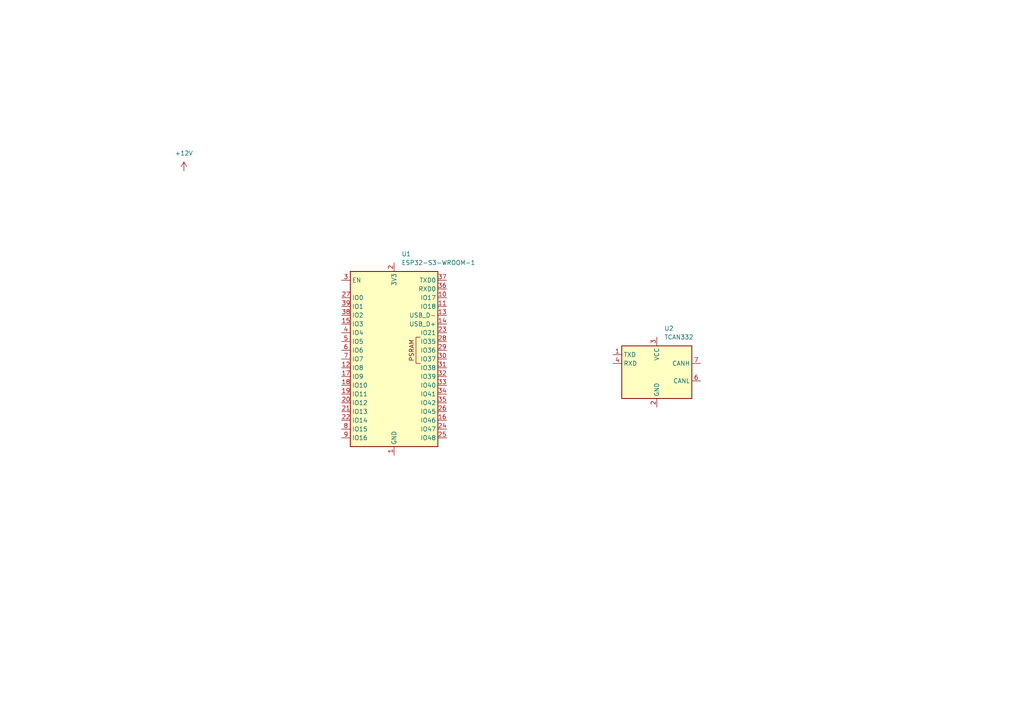
<source format=kicad_sch>
(kicad_sch
	(version 20250114)
	(generator "eeschema")
	(generator_version "9.0")
	(uuid "219e0100-6021-4ea6-8b90-c6661724a688")
	(paper "A4")
	(lib_symbols
		(symbol "Interface_CAN_LIN:TCAN332"
			(exclude_from_sim no)
			(in_bom yes)
			(on_board yes)
			(property "Reference" "U"
				(at -10.16 8.89 0)
				(effects
					(font
						(size 1.27 1.27)
					)
					(justify left)
				)
			)
			(property "Value" "TCAN332"
				(at 2.54 8.89 0)
				(effects
					(font
						(size 1.27 1.27)
					)
					(justify left)
				)
			)
			(property "Footprint" ""
				(at 0 -12.7 0)
				(effects
					(font
						(size 1.27 1.27)
						(italic yes)
					)
					(hide yes)
				)
			)
			(property "Datasheet" "http://www.ti.com/lit/ds/symlink/tcan337.pdf"
				(at 0 0 0)
				(effects
					(font
						(size 1.27 1.27)
					)
					(hide yes)
				)
			)
			(property "Description" "High-Speed CAN Transceiver, 1Mbps, 3.3V supply, SOT-23-8/SOIC-8"
				(at 0 0 0)
				(effects
					(font
						(size 1.27 1.27)
					)
					(hide yes)
				)
			)
			(property "ki_keywords" "High-Speed CAN Transceiver"
				(at 0 0 0)
				(effects
					(font
						(size 1.27 1.27)
					)
					(hide yes)
				)
			)
			(property "ki_fp_filters" "*TSOT?23* *SOIC*3.9x4.9mm*P1.27mm*"
				(at 0 0 0)
				(effects
					(font
						(size 1.27 1.27)
					)
					(hide yes)
				)
			)
			(symbol "TCAN332_0_1"
				(rectangle
					(start -10.16 7.62)
					(end 10.16 -7.62)
					(stroke
						(width 0.254)
						(type default)
					)
					(fill
						(type background)
					)
				)
			)
			(symbol "TCAN332_1_1"
				(pin input line
					(at -12.7 5.08 0)
					(length 2.54)
					(name "TXD"
						(effects
							(font
								(size 1.27 1.27)
							)
						)
					)
					(number "1"
						(effects
							(font
								(size 1.27 1.27)
							)
						)
					)
				)
				(pin tri_state line
					(at -12.7 2.54 0)
					(length 2.54)
					(name "RXD"
						(effects
							(font
								(size 1.27 1.27)
							)
						)
					)
					(number "4"
						(effects
							(font
								(size 1.27 1.27)
							)
						)
					)
				)
				(pin no_connect line
					(at -10.16 -2.54 0)
					(length 2.54)
					(hide yes)
					(name "NC"
						(effects
							(font
								(size 1.27 1.27)
							)
						)
					)
					(number "5"
						(effects
							(font
								(size 1.27 1.27)
							)
						)
					)
				)
				(pin no_connect line
					(at -10.16 -5.08 0)
					(length 2.54)
					(hide yes)
					(name "NC"
						(effects
							(font
								(size 1.27 1.27)
							)
						)
					)
					(number "8"
						(effects
							(font
								(size 1.27 1.27)
							)
						)
					)
				)
				(pin power_in line
					(at 0 10.16 270)
					(length 2.54)
					(name "VCC"
						(effects
							(font
								(size 1.27 1.27)
							)
						)
					)
					(number "3"
						(effects
							(font
								(size 1.27 1.27)
							)
						)
					)
				)
				(pin power_in line
					(at 0 -10.16 90)
					(length 2.54)
					(name "GND"
						(effects
							(font
								(size 1.27 1.27)
							)
						)
					)
					(number "2"
						(effects
							(font
								(size 1.27 1.27)
							)
						)
					)
				)
				(pin bidirectional line
					(at 12.7 2.54 180)
					(length 2.54)
					(name "CANH"
						(effects
							(font
								(size 1.27 1.27)
							)
						)
					)
					(number "7"
						(effects
							(font
								(size 1.27 1.27)
							)
						)
					)
				)
				(pin bidirectional line
					(at 12.7 -2.54 180)
					(length 2.54)
					(name "CANL"
						(effects
							(font
								(size 1.27 1.27)
							)
						)
					)
					(number "6"
						(effects
							(font
								(size 1.27 1.27)
							)
						)
					)
				)
			)
			(embedded_fonts no)
		)
		(symbol "RF_Module:ESP32-S3-WROOM-1"
			(exclude_from_sim no)
			(in_bom yes)
			(on_board yes)
			(property "Reference" "U"
				(at -12.7 26.67 0)
				(effects
					(font
						(size 1.27 1.27)
					)
				)
			)
			(property "Value" "ESP32-S3-WROOM-1"
				(at 12.7 26.67 0)
				(effects
					(font
						(size 1.27 1.27)
					)
				)
			)
			(property "Footprint" "RF_Module:ESP32-S3-WROOM-1"
				(at 0 2.54 0)
				(effects
					(font
						(size 1.27 1.27)
					)
					(hide yes)
				)
			)
			(property "Datasheet" "https://www.espressif.com/sites/default/files/documentation/esp32-s3-wroom-1_wroom-1u_datasheet_en.pdf"
				(at 0 0 0)
				(effects
					(font
						(size 1.27 1.27)
					)
					(hide yes)
				)
			)
			(property "Description" "RF Module, ESP32-S3 SoC, Wi-Fi 802.11b/g/n, Bluetooth, BLE, 32-bit, 3.3V, onboard antenna, SMD"
				(at 0 0 0)
				(effects
					(font
						(size 1.27 1.27)
					)
					(hide yes)
				)
			)
			(property "ki_keywords" "RF Radio BT ESP ESP32-S3 Espressif onboard PCB antenna"
				(at 0 0 0)
				(effects
					(font
						(size 1.27 1.27)
					)
					(hide yes)
				)
			)
			(property "ki_fp_filters" "ESP32?S3?WROOM?1*"
				(at 0 0 0)
				(effects
					(font
						(size 1.27 1.27)
					)
					(hide yes)
				)
			)
			(symbol "ESP32-S3-WROOM-1_0_0"
				(rectangle
					(start -12.7 25.4)
					(end 12.7 -25.4)
					(stroke
						(width 0.254)
						(type default)
					)
					(fill
						(type background)
					)
				)
				(text "PSRAM"
					(at 5.08 2.54 900)
					(effects
						(font
							(size 1.27 1.27)
						)
					)
				)
			)
			(symbol "ESP32-S3-WROOM-1_0_1"
				(polyline
					(pts
						(xy 7.62 -1.27) (xy 6.35 -1.27) (xy 6.35 6.35) (xy 7.62 6.35)
					)
					(stroke
						(width 0)
						(type default)
					)
					(fill
						(type none)
					)
				)
			)
			(symbol "ESP32-S3-WROOM-1_1_1"
				(pin input line
					(at -15.24 22.86 0)
					(length 2.54)
					(name "EN"
						(effects
							(font
								(size 1.27 1.27)
							)
						)
					)
					(number "3"
						(effects
							(font
								(size 1.27 1.27)
							)
						)
					)
				)
				(pin bidirectional line
					(at -15.24 17.78 0)
					(length 2.54)
					(name "IO0"
						(effects
							(font
								(size 1.27 1.27)
							)
						)
					)
					(number "27"
						(effects
							(font
								(size 1.27 1.27)
							)
						)
					)
				)
				(pin bidirectional line
					(at -15.24 15.24 0)
					(length 2.54)
					(name "IO1"
						(effects
							(font
								(size 1.27 1.27)
							)
						)
					)
					(number "39"
						(effects
							(font
								(size 1.27 1.27)
							)
						)
					)
				)
				(pin bidirectional line
					(at -15.24 12.7 0)
					(length 2.54)
					(name "IO2"
						(effects
							(font
								(size 1.27 1.27)
							)
						)
					)
					(number "38"
						(effects
							(font
								(size 1.27 1.27)
							)
						)
					)
				)
				(pin bidirectional line
					(at -15.24 10.16 0)
					(length 2.54)
					(name "IO3"
						(effects
							(font
								(size 1.27 1.27)
							)
						)
					)
					(number "15"
						(effects
							(font
								(size 1.27 1.27)
							)
						)
					)
				)
				(pin bidirectional line
					(at -15.24 7.62 0)
					(length 2.54)
					(name "IO4"
						(effects
							(font
								(size 1.27 1.27)
							)
						)
					)
					(number "4"
						(effects
							(font
								(size 1.27 1.27)
							)
						)
					)
				)
				(pin bidirectional line
					(at -15.24 5.08 0)
					(length 2.54)
					(name "IO5"
						(effects
							(font
								(size 1.27 1.27)
							)
						)
					)
					(number "5"
						(effects
							(font
								(size 1.27 1.27)
							)
						)
					)
				)
				(pin bidirectional line
					(at -15.24 2.54 0)
					(length 2.54)
					(name "IO6"
						(effects
							(font
								(size 1.27 1.27)
							)
						)
					)
					(number "6"
						(effects
							(font
								(size 1.27 1.27)
							)
						)
					)
				)
				(pin bidirectional line
					(at -15.24 0 0)
					(length 2.54)
					(name "IO7"
						(effects
							(font
								(size 1.27 1.27)
							)
						)
					)
					(number "7"
						(effects
							(font
								(size 1.27 1.27)
							)
						)
					)
				)
				(pin bidirectional line
					(at -15.24 -2.54 0)
					(length 2.54)
					(name "IO8"
						(effects
							(font
								(size 1.27 1.27)
							)
						)
					)
					(number "12"
						(effects
							(font
								(size 1.27 1.27)
							)
						)
					)
				)
				(pin bidirectional line
					(at -15.24 -5.08 0)
					(length 2.54)
					(name "IO9"
						(effects
							(font
								(size 1.27 1.27)
							)
						)
					)
					(number "17"
						(effects
							(font
								(size 1.27 1.27)
							)
						)
					)
				)
				(pin bidirectional line
					(at -15.24 -7.62 0)
					(length 2.54)
					(name "IO10"
						(effects
							(font
								(size 1.27 1.27)
							)
						)
					)
					(number "18"
						(effects
							(font
								(size 1.27 1.27)
							)
						)
					)
				)
				(pin bidirectional line
					(at -15.24 -10.16 0)
					(length 2.54)
					(name "IO11"
						(effects
							(font
								(size 1.27 1.27)
							)
						)
					)
					(number "19"
						(effects
							(font
								(size 1.27 1.27)
							)
						)
					)
				)
				(pin bidirectional line
					(at -15.24 -12.7 0)
					(length 2.54)
					(name "IO12"
						(effects
							(font
								(size 1.27 1.27)
							)
						)
					)
					(number "20"
						(effects
							(font
								(size 1.27 1.27)
							)
						)
					)
				)
				(pin bidirectional line
					(at -15.24 -15.24 0)
					(length 2.54)
					(name "IO13"
						(effects
							(font
								(size 1.27 1.27)
							)
						)
					)
					(number "21"
						(effects
							(font
								(size 1.27 1.27)
							)
						)
					)
				)
				(pin bidirectional line
					(at -15.24 -17.78 0)
					(length 2.54)
					(name "IO14"
						(effects
							(font
								(size 1.27 1.27)
							)
						)
					)
					(number "22"
						(effects
							(font
								(size 1.27 1.27)
							)
						)
					)
				)
				(pin bidirectional line
					(at -15.24 -20.32 0)
					(length 2.54)
					(name "IO15"
						(effects
							(font
								(size 1.27 1.27)
							)
						)
					)
					(number "8"
						(effects
							(font
								(size 1.27 1.27)
							)
						)
					)
				)
				(pin bidirectional line
					(at -15.24 -22.86 0)
					(length 2.54)
					(name "IO16"
						(effects
							(font
								(size 1.27 1.27)
							)
						)
					)
					(number "9"
						(effects
							(font
								(size 1.27 1.27)
							)
						)
					)
				)
				(pin power_in line
					(at 0 27.94 270)
					(length 2.54)
					(name "3V3"
						(effects
							(font
								(size 1.27 1.27)
							)
						)
					)
					(number "2"
						(effects
							(font
								(size 1.27 1.27)
							)
						)
					)
				)
				(pin power_in line
					(at 0 -27.94 90)
					(length 2.54)
					(name "GND"
						(effects
							(font
								(size 1.27 1.27)
							)
						)
					)
					(number "1"
						(effects
							(font
								(size 1.27 1.27)
							)
						)
					)
				)
				(pin passive line
					(at 0 -27.94 90)
					(length 2.54)
					(hide yes)
					(name "GND"
						(effects
							(font
								(size 1.27 1.27)
							)
						)
					)
					(number "40"
						(effects
							(font
								(size 1.27 1.27)
							)
						)
					)
				)
				(pin passive line
					(at 0 -27.94 90)
					(length 2.54)
					(hide yes)
					(name "GND"
						(effects
							(font
								(size 1.27 1.27)
							)
						)
					)
					(number "41"
						(effects
							(font
								(size 1.27 1.27)
							)
						)
					)
				)
				(pin bidirectional line
					(at 15.24 22.86 180)
					(length 2.54)
					(name "TXD0"
						(effects
							(font
								(size 1.27 1.27)
							)
						)
					)
					(number "37"
						(effects
							(font
								(size 1.27 1.27)
							)
						)
					)
				)
				(pin bidirectional line
					(at 15.24 20.32 180)
					(length 2.54)
					(name "RXD0"
						(effects
							(font
								(size 1.27 1.27)
							)
						)
					)
					(number "36"
						(effects
							(font
								(size 1.27 1.27)
							)
						)
					)
				)
				(pin bidirectional line
					(at 15.24 17.78 180)
					(length 2.54)
					(name "IO17"
						(effects
							(font
								(size 1.27 1.27)
							)
						)
					)
					(number "10"
						(effects
							(font
								(size 1.27 1.27)
							)
						)
					)
				)
				(pin bidirectional line
					(at 15.24 15.24 180)
					(length 2.54)
					(name "IO18"
						(effects
							(font
								(size 1.27 1.27)
							)
						)
					)
					(number "11"
						(effects
							(font
								(size 1.27 1.27)
							)
						)
					)
				)
				(pin bidirectional line
					(at 15.24 12.7 180)
					(length 2.54)
					(name "USB_D-"
						(effects
							(font
								(size 1.27 1.27)
							)
						)
					)
					(number "13"
						(effects
							(font
								(size 1.27 1.27)
							)
						)
					)
					(alternate "IO19" bidirectional line)
				)
				(pin bidirectional line
					(at 15.24 10.16 180)
					(length 2.54)
					(name "USB_D+"
						(effects
							(font
								(size 1.27 1.27)
							)
						)
					)
					(number "14"
						(effects
							(font
								(size 1.27 1.27)
							)
						)
					)
					(alternate "IO20" bidirectional line)
				)
				(pin bidirectional line
					(at 15.24 7.62 180)
					(length 2.54)
					(name "IO21"
						(effects
							(font
								(size 1.27 1.27)
							)
						)
					)
					(number "23"
						(effects
							(font
								(size 1.27 1.27)
							)
						)
					)
				)
				(pin bidirectional line
					(at 15.24 5.08 180)
					(length 2.54)
					(name "IO35"
						(effects
							(font
								(size 1.27 1.27)
							)
						)
					)
					(number "28"
						(effects
							(font
								(size 1.27 1.27)
							)
						)
					)
				)
				(pin bidirectional line
					(at 15.24 2.54 180)
					(length 2.54)
					(name "IO36"
						(effects
							(font
								(size 1.27 1.27)
							)
						)
					)
					(number "29"
						(effects
							(font
								(size 1.27 1.27)
							)
						)
					)
				)
				(pin bidirectional line
					(at 15.24 0 180)
					(length 2.54)
					(name "IO37"
						(effects
							(font
								(size 1.27 1.27)
							)
						)
					)
					(number "30"
						(effects
							(font
								(size 1.27 1.27)
							)
						)
					)
				)
				(pin bidirectional line
					(at 15.24 -2.54 180)
					(length 2.54)
					(name "IO38"
						(effects
							(font
								(size 1.27 1.27)
							)
						)
					)
					(number "31"
						(effects
							(font
								(size 1.27 1.27)
							)
						)
					)
				)
				(pin bidirectional line
					(at 15.24 -5.08 180)
					(length 2.54)
					(name "IO39"
						(effects
							(font
								(size 1.27 1.27)
							)
						)
					)
					(number "32"
						(effects
							(font
								(size 1.27 1.27)
							)
						)
					)
				)
				(pin bidirectional line
					(at 15.24 -7.62 180)
					(length 2.54)
					(name "IO40"
						(effects
							(font
								(size 1.27 1.27)
							)
						)
					)
					(number "33"
						(effects
							(font
								(size 1.27 1.27)
							)
						)
					)
				)
				(pin bidirectional line
					(at 15.24 -10.16 180)
					(length 2.54)
					(name "IO41"
						(effects
							(font
								(size 1.27 1.27)
							)
						)
					)
					(number "34"
						(effects
							(font
								(size 1.27 1.27)
							)
						)
					)
				)
				(pin bidirectional line
					(at 15.24 -12.7 180)
					(length 2.54)
					(name "IO42"
						(effects
							(font
								(size 1.27 1.27)
							)
						)
					)
					(number "35"
						(effects
							(font
								(size 1.27 1.27)
							)
						)
					)
				)
				(pin bidirectional line
					(at 15.24 -15.24 180)
					(length 2.54)
					(name "IO45"
						(effects
							(font
								(size 1.27 1.27)
							)
						)
					)
					(number "26"
						(effects
							(font
								(size 1.27 1.27)
							)
						)
					)
				)
				(pin bidirectional line
					(at 15.24 -17.78 180)
					(length 2.54)
					(name "IO46"
						(effects
							(font
								(size 1.27 1.27)
							)
						)
					)
					(number "16"
						(effects
							(font
								(size 1.27 1.27)
							)
						)
					)
				)
				(pin bidirectional line
					(at 15.24 -20.32 180)
					(length 2.54)
					(name "IO47"
						(effects
							(font
								(size 1.27 1.27)
							)
						)
					)
					(number "24"
						(effects
							(font
								(size 1.27 1.27)
							)
						)
					)
				)
				(pin bidirectional line
					(at 15.24 -22.86 180)
					(length 2.54)
					(name "IO48"
						(effects
							(font
								(size 1.27 1.27)
							)
						)
					)
					(number "25"
						(effects
							(font
								(size 1.27 1.27)
							)
						)
					)
				)
			)
			(embedded_fonts no)
		)
		(symbol "power:+12V"
			(power)
			(pin_numbers
				(hide yes)
			)
			(pin_names
				(offset 0)
				(hide yes)
			)
			(exclude_from_sim no)
			(in_bom yes)
			(on_board yes)
			(property "Reference" "#PWR"
				(at 0 -3.81 0)
				(effects
					(font
						(size 1.27 1.27)
					)
					(hide yes)
				)
			)
			(property "Value" "+12V"
				(at 0 3.556 0)
				(effects
					(font
						(size 1.27 1.27)
					)
				)
			)
			(property "Footprint" ""
				(at 0 0 0)
				(effects
					(font
						(size 1.27 1.27)
					)
					(hide yes)
				)
			)
			(property "Datasheet" ""
				(at 0 0 0)
				(effects
					(font
						(size 1.27 1.27)
					)
					(hide yes)
				)
			)
			(property "Description" "Power symbol creates a global label with name \"+12V\""
				(at 0 0 0)
				(effects
					(font
						(size 1.27 1.27)
					)
					(hide yes)
				)
			)
			(property "ki_keywords" "global power"
				(at 0 0 0)
				(effects
					(font
						(size 1.27 1.27)
					)
					(hide yes)
				)
			)
			(symbol "+12V_0_1"
				(polyline
					(pts
						(xy -0.762 1.27) (xy 0 2.54)
					)
					(stroke
						(width 0)
						(type default)
					)
					(fill
						(type none)
					)
				)
				(polyline
					(pts
						(xy 0 2.54) (xy 0.762 1.27)
					)
					(stroke
						(width 0)
						(type default)
					)
					(fill
						(type none)
					)
				)
				(polyline
					(pts
						(xy 0 0) (xy 0 2.54)
					)
					(stroke
						(width 0)
						(type default)
					)
					(fill
						(type none)
					)
				)
			)
			(symbol "+12V_1_1"
				(pin power_in line
					(at 0 0 90)
					(length 0)
					(name "~"
						(effects
							(font
								(size 1.27 1.27)
							)
						)
					)
					(number "1"
						(effects
							(font
								(size 1.27 1.27)
							)
						)
					)
				)
			)
			(embedded_fonts no)
		)
	)
	(symbol
		(lib_id "RF_Module:ESP32-S3-WROOM-1")
		(at 114.3 104.14 0)
		(unit 1)
		(exclude_from_sim no)
		(in_bom yes)
		(on_board yes)
		(dnp no)
		(fields_autoplaced yes)
		(uuid "56f41bf9-4966-4756-8195-a99295f2451e")
		(property "Reference" "U1"
			(at 116.4433 73.66 0)
			(effects
				(font
					(size 1.27 1.27)
				)
				(justify left)
			)
		)
		(property "Value" "ESP32-S3-WROOM-1"
			(at 116.4433 76.2 0)
			(effects
				(font
					(size 1.27 1.27)
				)
				(justify left)
			)
		)
		(property "Footprint" "RF_Module:ESP32-S3-WROOM-1"
			(at 114.3 101.6 0)
			(effects
				(font
					(size 1.27 1.27)
				)
				(hide yes)
			)
		)
		(property "Datasheet" "https://www.espressif.com/sites/default/files/documentation/esp32-s3-wroom-1_wroom-1u_datasheet_en.pdf"
			(at 114.3 104.14 0)
			(effects
				(font
					(size 1.27 1.27)
				)
				(hide yes)
			)
		)
		(property "Description" "RF Module, ESP32-S3 SoC, Wi-Fi 802.11b/g/n, Bluetooth, BLE, 32-bit, 3.3V, onboard antenna, SMD"
			(at 114.3 104.14 0)
			(effects
				(font
					(size 1.27 1.27)
				)
				(hide yes)
			)
		)
		(pin "38"
			(uuid "a5708829-371c-4028-bb69-388135e2a3d9")
		)
		(pin "3"
			(uuid "fe308ce6-619f-450d-a47d-0304b3396129")
		)
		(pin "20"
			(uuid "c6a4d082-57d7-4854-b477-fd039d6ac2b5")
		)
		(pin "19"
			(uuid "fc7cae3f-6cbf-41d6-99c5-4e00bf3804c2")
		)
		(pin "27"
			(uuid "e78be8c3-d9fa-432a-9447-0e75d730731e")
		)
		(pin "4"
			(uuid "68418917-aa9f-4400-a4e7-ba0b627b723e")
		)
		(pin "5"
			(uuid "cbda9b7e-3793-4946-a101-971d167214f4")
		)
		(pin "6"
			(uuid "a5774820-dad1-466e-9223-0f37c251f0a9")
		)
		(pin "18"
			(uuid "465bbb1b-1364-44a3-b4e2-86ec1cc739a0")
		)
		(pin "12"
			(uuid "51d10ed6-ffb2-4eaf-8805-a668d18efafb")
		)
		(pin "11"
			(uuid "eb2de2d2-3cfb-4a7f-b953-c12440947d4b")
		)
		(pin "36"
			(uuid "09edfd7c-19f1-425d-9d32-35be1c14d6e6")
		)
		(pin "15"
			(uuid "beb4b453-871c-46b3-93b2-709706758de8")
		)
		(pin "17"
			(uuid "9af4f399-3b15-4173-8507-bb9193bf7b31")
		)
		(pin "21"
			(uuid "e275c406-48cb-4691-9f25-a16ff2b7a89d")
		)
		(pin "40"
			(uuid "5160321b-e294-4acd-96bb-8f475461ee8b")
		)
		(pin "8"
			(uuid "ca2d6fc7-f85c-4947-b4cd-da4d2bb7875f")
		)
		(pin "41"
			(uuid "cfd5296d-e5f1-4794-be26-13cf221bfb5a")
		)
		(pin "9"
			(uuid "375e8c12-ac87-4dfc-abff-5b13031c21ff")
		)
		(pin "39"
			(uuid "c2ee733e-f106-4e18-98bd-b0a4cef53b21")
		)
		(pin "22"
			(uuid "ae382c52-20bb-43f2-89e4-d044f07311c2")
		)
		(pin "7"
			(uuid "04d6f840-c854-424b-a7bf-7f59714f6093")
		)
		(pin "2"
			(uuid "67c90b4b-4b17-43f1-9a1e-2f0cf9760118")
		)
		(pin "37"
			(uuid "eafb3e0e-0157-4d80-81bd-6292efe2560e")
		)
		(pin "10"
			(uuid "8aad65b3-3432-4450-9728-a4d7a1dbe3e9")
		)
		(pin "13"
			(uuid "d31932ef-5e65-4f4b-9f20-ed334c250847")
		)
		(pin "14"
			(uuid "c2b8a084-8fc4-47cf-aaa5-6096d9ac5737")
		)
		(pin "23"
			(uuid "9fd35c5f-1207-4896-9a35-28e10f6a19d7")
		)
		(pin "28"
			(uuid "55ac0792-3576-4db9-861a-8913d579b6bc")
		)
		(pin "1"
			(uuid "355a185b-a8d2-48f1-9fb5-aafa7d1fffa0")
		)
		(pin "29"
			(uuid "7672cd25-6ec8-4141-b57a-06bc28765c20")
		)
		(pin "32"
			(uuid "424aeba9-5046-427f-8bca-9337e4e53871")
		)
		(pin "16"
			(uuid "87c4fb7a-3a92-4ef5-a3eb-41b7decdbe2e")
		)
		(pin "31"
			(uuid "2814c5d6-6e1e-4cde-9804-37cd32dfc582")
		)
		(pin "25"
			(uuid "5e0d2edb-361c-4d6b-8414-cacd588cbf82")
		)
		(pin "26"
			(uuid "ed2fdd32-203f-4816-8389-8b822795ce9e")
		)
		(pin "30"
			(uuid "8c176e2e-91e8-4699-a996-0784042e16b3")
		)
		(pin "34"
			(uuid "aaafd4d1-29b0-4590-84dd-21d3890669e4")
		)
		(pin "33"
			(uuid "98cfbe88-0344-4856-8876-48b66f4b21f1")
		)
		(pin "35"
			(uuid "64241a18-9417-4828-9cb9-3b2fca479a74")
		)
		(pin "24"
			(uuid "19af5ae3-ca20-4562-925e-7ffa1d3ca4ac")
		)
		(instances
			(project ""
				(path "/219e0100-6021-4ea6-8b90-c6661724a688"
					(reference "U1")
					(unit 1)
				)
			)
		)
	)
	(symbol
		(lib_id "power:+12V")
		(at 53.34 49.53 0)
		(unit 1)
		(exclude_from_sim no)
		(in_bom yes)
		(on_board yes)
		(dnp no)
		(fields_autoplaced yes)
		(uuid "a7d3e0b4-05ad-437d-a7dc-966c8c07bcdf")
		(property "Reference" "#PWR01"
			(at 53.34 53.34 0)
			(effects
				(font
					(size 1.27 1.27)
				)
				(hide yes)
			)
		)
		(property "Value" "+12V"
			(at 53.34 44.45 0)
			(effects
				(font
					(size 1.27 1.27)
				)
			)
		)
		(property "Footprint" ""
			(at 53.34 49.53 0)
			(effects
				(font
					(size 1.27 1.27)
				)
				(hide yes)
			)
		)
		(property "Datasheet" ""
			(at 53.34 49.53 0)
			(effects
				(font
					(size 1.27 1.27)
				)
				(hide yes)
			)
		)
		(property "Description" "Power symbol creates a global label with name \"+12V\""
			(at 53.34 49.53 0)
			(effects
				(font
					(size 1.27 1.27)
				)
				(hide yes)
			)
		)
		(pin "1"
			(uuid "3cabe806-8689-4705-b33b-cbb78e751538")
		)
		(instances
			(project ""
				(path "/219e0100-6021-4ea6-8b90-c6661724a688"
					(reference "#PWR01")
					(unit 1)
				)
			)
		)
	)
	(symbol
		(lib_id "Interface_CAN_LIN:TCAN332")
		(at 190.5 107.95 0)
		(unit 1)
		(exclude_from_sim no)
		(in_bom yes)
		(on_board yes)
		(dnp no)
		(fields_autoplaced yes)
		(uuid "b77aaec7-3dd7-498c-9045-dc48602e4dd4")
		(property "Reference" "U2"
			(at 192.6433 95.25 0)
			(effects
				(font
					(size 1.27 1.27)
				)
				(justify left)
			)
		)
		(property "Value" "TCAN332"
			(at 192.6433 97.79 0)
			(effects
				(font
					(size 1.27 1.27)
				)
				(justify left)
			)
		)
		(property "Footprint" ""
			(at 190.5 120.65 0)
			(effects
				(font
					(size 1.27 1.27)
					(italic yes)
				)
				(hide yes)
			)
		)
		(property "Datasheet" "http://www.ti.com/lit/ds/symlink/tcan337.pdf"
			(at 190.5 107.95 0)
			(effects
				(font
					(size 1.27 1.27)
				)
				(hide yes)
			)
		)
		(property "Description" "High-Speed CAN Transceiver, 1Mbps, 3.3V supply, SOT-23-8/SOIC-8"
			(at 190.5 107.95 0)
			(effects
				(font
					(size 1.27 1.27)
				)
				(hide yes)
			)
		)
		(pin "1"
			(uuid "4969252f-2046-46cf-9a25-e1e59045539d")
		)
		(pin "2"
			(uuid "8e656dec-bfcc-4252-9aa5-1fa2cc3aed8c")
		)
		(pin "6"
			(uuid "132c8e6c-d72a-48db-ae03-da6c28569cb6")
		)
		(pin "8"
			(uuid "1e350916-8e1c-4424-ae52-b7292b0c6e49")
		)
		(pin "5"
			(uuid "4daec4d8-2f6a-4117-922a-6ad2f7b83143")
		)
		(pin "3"
			(uuid "52e60ffa-93a6-4bcc-8a3b-09236549ce42")
		)
		(pin "7"
			(uuid "218b0ff8-6ab1-4ba8-b42b-4c7d67dbce42")
		)
		(pin "4"
			(uuid "82ea7e45-0f81-45d6-b99e-b2a6233cb816")
		)
		(instances
			(project ""
				(path "/219e0100-6021-4ea6-8b90-c6661724a688"
					(reference "U2")
					(unit 1)
				)
			)
		)
	)
	(sheet_instances
		(path "/"
			(page "1")
		)
	)
	(embedded_fonts no)
)

</source>
